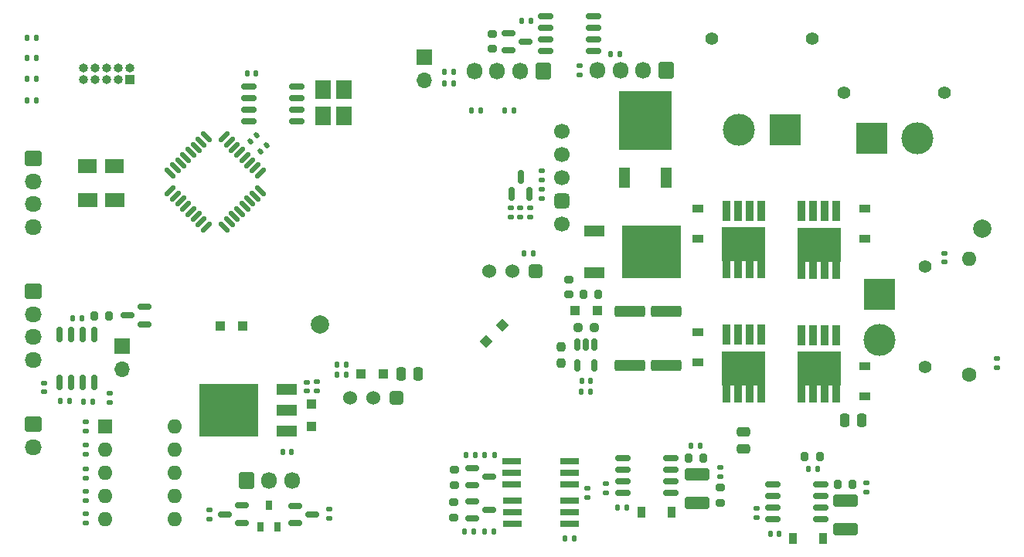
<source format=gbr>
%TF.GenerationSoftware,KiCad,Pcbnew,(6.0.11)*%
%TF.CreationDate,2024-02-10T22:55:27+09:00*%
%TF.ProjectId,LargeMD,4c617267-654d-4442-9e6b-696361645f70,rev?*%
%TF.SameCoordinates,Original*%
%TF.FileFunction,Soldermask,Bot*%
%TF.FilePolarity,Negative*%
%FSLAX46Y46*%
G04 Gerber Fmt 4.6, Leading zero omitted, Abs format (unit mm)*
G04 Created by KiCad (PCBNEW (6.0.11)) date 2024-02-10 22:55:27*
%MOMM*%
%LPD*%
G01*
G04 APERTURE LIST*
G04 Aperture macros list*
%AMRoundRect*
0 Rectangle with rounded corners*
0 $1 Rounding radius*
0 $2 $3 $4 $5 $6 $7 $8 $9 X,Y pos of 4 corners*
0 Add a 4 corners polygon primitive as box body*
4,1,4,$2,$3,$4,$5,$6,$7,$8,$9,$2,$3,0*
0 Add four circle primitives for the rounded corners*
1,1,$1+$1,$2,$3*
1,1,$1+$1,$4,$5*
1,1,$1+$1,$6,$7*
1,1,$1+$1,$8,$9*
0 Add four rect primitives between the rounded corners*
20,1,$1+$1,$2,$3,$4,$5,0*
20,1,$1+$1,$4,$5,$6,$7,0*
20,1,$1+$1,$6,$7,$8,$9,0*
20,1,$1+$1,$8,$9,$2,$3,0*%
%AMRotRect*
0 Rectangle, with rotation*
0 The origin of the aperture is its center*
0 $1 length*
0 $2 width*
0 $3 Rotation angle, in degrees counterclockwise*
0 Add horizontal line*
21,1,$1,$2,0,0,$3*%
%AMFreePoly0*
4,1,6,1.000000,0.000000,0.500000,-0.750000,-0.500000,-0.750000,-0.500000,0.750000,0.500000,0.750000,1.000000,0.000000,1.000000,0.000000,$1*%
G04 Aperture macros list end*
%ADD10C,1.700000*%
%ADD11RoundRect,0.425000X0.425000X0.425000X-0.425000X0.425000X-0.425000X-0.425000X0.425000X-0.425000X0*%
%ADD12RoundRect,0.250000X-0.675000X0.600000X-0.675000X-0.600000X0.675000X-0.600000X0.675000X0.600000X0*%
%ADD13O,1.850000X1.700000*%
%ADD14C,1.400000*%
%ADD15R,3.500000X3.500000*%
%ADD16C,3.500000*%
%ADD17RoundRect,0.250000X0.600000X0.675000X-0.600000X0.675000X-0.600000X-0.675000X0.600000X-0.675000X0*%
%ADD18O,1.700000X1.850000*%
%ADD19RoundRect,0.381000X-0.381000X0.381000X-0.381000X-0.381000X0.381000X-0.381000X0.381000X0.381000X0*%
%ADD20C,1.524000*%
%ADD21R,1.700000X1.700000*%
%ADD22O,1.700000X1.700000*%
%ADD23RoundRect,0.250000X-0.600000X-0.675000X0.600000X-0.675000X0.600000X0.675000X-0.600000X0.675000X0*%
%ADD24R,1.600000X1.600000*%
%ADD25O,1.600000X1.600000*%
%ADD26RoundRect,0.250000X1.100000X-0.412500X1.100000X0.412500X-1.100000X0.412500X-1.100000X-0.412500X0*%
%ADD27RoundRect,0.135000X0.185000X-0.135000X0.185000X0.135000X-0.185000X0.135000X-0.185000X-0.135000X0*%
%ADD28RoundRect,0.135000X-0.135000X-0.185000X0.135000X-0.185000X0.135000X0.185000X-0.135000X0.185000X0*%
%ADD29RoundRect,0.250000X1.425000X-0.362500X1.425000X0.362500X-1.425000X0.362500X-1.425000X-0.362500X0*%
%ADD30RoundRect,0.140000X-0.170000X0.140000X-0.170000X-0.140000X0.170000X-0.140000X0.170000X0.140000X0*%
%ADD31R,0.900000X1.200000*%
%ADD32RoundRect,0.140000X-0.140000X-0.170000X0.140000X-0.170000X0.140000X0.170000X-0.140000X0.170000X0*%
%ADD33R,2.200000X1.200000*%
%ADD34R,6.400000X5.800000*%
%ADD35RoundRect,0.135000X-0.185000X0.135000X-0.185000X-0.135000X0.185000X-0.135000X0.185000X0.135000X0*%
%ADD36R,1.800000X2.100000*%
%ADD37C,2.000000*%
%ADD38R,1.500000X1.500000*%
%ADD39FreePoly0,0.000000*%
%ADD40FreePoly0,180.000000*%
%ADD41RoundRect,0.150000X-0.150000X0.512500X-0.150000X-0.512500X0.150000X-0.512500X0.150000X0.512500X0*%
%ADD42RoundRect,0.250000X-0.250000X-0.475000X0.250000X-0.475000X0.250000X0.475000X-0.250000X0.475000X0*%
%ADD43RoundRect,0.150000X0.587500X0.150000X-0.587500X0.150000X-0.587500X-0.150000X0.587500X-0.150000X0*%
%ADD44RoundRect,0.150000X-0.587500X-0.150000X0.587500X-0.150000X0.587500X0.150000X-0.587500X0.150000X0*%
%ADD45RoundRect,0.140000X0.021213X-0.219203X0.219203X-0.021213X-0.021213X0.219203X-0.219203X0.021213X0*%
%ADD46RoundRect,0.200000X0.200000X0.275000X-0.200000X0.275000X-0.200000X-0.275000X0.200000X-0.275000X0*%
%ADD47RoundRect,0.135000X0.135000X0.185000X-0.135000X0.185000X-0.135000X-0.185000X0.135000X-0.185000X0*%
%ADD48RoundRect,0.150000X0.150000X-0.587500X0.150000X0.587500X-0.150000X0.587500X-0.150000X-0.587500X0*%
%ADD49RoundRect,0.200000X0.275000X-0.200000X0.275000X0.200000X-0.275000X0.200000X-0.275000X-0.200000X0*%
%ADD50R,0.850000X2.225000*%
%ADD51R,4.700000X3.750000*%
%ADD52R,0.850000X1.825000*%
%ADD53R,2.000000X0.640000*%
%ADD54RoundRect,0.250000X-0.475000X0.250000X-0.475000X-0.250000X0.475000X-0.250000X0.475000X0.250000X0*%
%ADD55R,1.000000X1.000000*%
%ADD56RoundRect,0.125000X0.353553X0.530330X-0.530330X-0.353553X-0.353553X-0.530330X0.530330X0.353553X0*%
%ADD57RoundRect,0.125000X-0.353553X0.530330X-0.530330X0.353553X0.353553X-0.530330X0.530330X-0.353553X0*%
%ADD58RoundRect,0.200000X-0.275000X0.200000X-0.275000X-0.200000X0.275000X-0.200000X0.275000X0.200000X0*%
%ADD59RotRect,1.000000X1.000000X45.000000*%
%ADD60RoundRect,0.140000X0.170000X-0.140000X0.170000X0.140000X-0.170000X0.140000X-0.170000X-0.140000X0*%
%ADD61R,1.200000X0.900000*%
%ADD62RoundRect,0.140000X0.140000X0.170000X-0.140000X0.170000X-0.140000X-0.170000X0.140000X-0.170000X0*%
%ADD63R,1.200000X2.200000*%
%ADD64R,5.800000X6.400000*%
%ADD65R,0.700000X1.000000*%
%ADD66RoundRect,0.200000X-0.200000X-0.275000X0.200000X-0.275000X0.200000X0.275000X-0.200000X0.275000X0*%
%ADD67RoundRect,0.150000X-0.675000X-0.150000X0.675000X-0.150000X0.675000X0.150000X-0.675000X0.150000X0*%
%ADD68RoundRect,0.237500X-0.250000X-0.237500X0.250000X-0.237500X0.250000X0.237500X-0.250000X0.237500X0*%
%ADD69O,1.000000X1.000000*%
%ADD70RoundRect,0.150000X-0.150000X0.675000X-0.150000X-0.675000X0.150000X-0.675000X0.150000X0.675000X0*%
%ADD71C,1.600000*%
%ADD72RoundRect,0.237500X-0.237500X0.250000X-0.237500X-0.250000X0.237500X-0.250000X0.237500X0.250000X0*%
%ADD73RoundRect,0.150000X0.675000X0.150000X-0.675000X0.150000X-0.675000X-0.150000X0.675000X-0.150000X0*%
G04 APERTURE END LIST*
D10*
%TO.C,SW3*%
X103040000Y-49100000D03*
X103040000Y-59260000D03*
D11*
X103040000Y-56720000D03*
D10*
X103040000Y-54180000D03*
X103040000Y-51640000D03*
%TD*%
D12*
%TO.C,J10*%
X45200000Y-52100000D03*
D13*
X45200000Y-54600000D03*
X45200000Y-57100000D03*
X45200000Y-59600000D03*
%TD*%
D14*
%TO.C,J1*%
X130500000Y-38925000D03*
X119500000Y-38925000D03*
D15*
X127500000Y-48925000D03*
D16*
X122500000Y-48925000D03*
%TD*%
D17*
%TO.C,J8*%
X101000000Y-42500000D03*
D18*
X98500000Y-42500000D03*
X96000000Y-42500000D03*
X93500000Y-42500000D03*
%TD*%
D12*
%TO.C,J4*%
X45200000Y-81250000D03*
D13*
X45200000Y-83750000D03*
%TD*%
D12*
%TO.C,J9*%
X45200000Y-66650000D03*
D13*
X45200000Y-69150000D03*
X45200000Y-71650000D03*
X45200000Y-74150000D03*
%TD*%
D19*
%TO.C,SW2*%
X100171000Y-64420000D03*
D20*
X97631000Y-64420000D03*
X95091000Y-64420000D03*
%TD*%
D14*
%TO.C,J2*%
X134000000Y-44900000D03*
X145000000Y-44900000D03*
D15*
X137000000Y-49900000D03*
D16*
X142000000Y-49900000D03*
%TD*%
D21*
%TO.C,JP4*%
X54900000Y-72625000D03*
D22*
X54900000Y-75165000D03*
%TD*%
D23*
%TO.C,J5*%
X68500000Y-87350000D03*
D18*
X71000000Y-87350000D03*
X73500000Y-87350000D03*
%TD*%
D17*
%TO.C,J7*%
X114500000Y-42470000D03*
D18*
X112000000Y-42470000D03*
X109500000Y-42470000D03*
X107000000Y-42470000D03*
%TD*%
D14*
%TO.C,J6*%
X142850000Y-63950000D03*
X142850000Y-74950000D03*
D15*
X137850000Y-66950000D03*
D16*
X137850000Y-71950000D03*
%TD*%
D19*
%TO.C,U1*%
X84940000Y-78300000D03*
D20*
X82400000Y-78300000D03*
X79860000Y-78300000D03*
%TD*%
D24*
%TO.C,SW1*%
X53050000Y-81475000D03*
D25*
X53050000Y-84015000D03*
X53050000Y-86555000D03*
X53050000Y-89095000D03*
X53050000Y-91635000D03*
X60670000Y-91635000D03*
X60670000Y-89095000D03*
X60670000Y-86555000D03*
X60670000Y-84015000D03*
X60670000Y-81475000D03*
%TD*%
D21*
%TO.C,JP3*%
X87970000Y-41010000D03*
D22*
X87970000Y-43550000D03*
%TD*%
D26*
%TO.C,C30*%
X117850000Y-89832500D03*
X117850000Y-86707500D03*
%TD*%
D27*
%TO.C,R55*%
X107900000Y-88710000D03*
X107900000Y-87690000D03*
%TD*%
D28*
%TO.C,R48*%
X94642781Y-84600000D03*
X95662781Y-84600000D03*
%TD*%
D29*
%TO.C,R68*%
X110500000Y-74812500D03*
X110500000Y-68887500D03*
%TD*%
D30*
%TO.C,C1*%
X98534264Y-57520000D03*
X98534264Y-58480000D03*
%TD*%
D31*
%TO.C,D17*%
X115100000Y-90900000D03*
X111800000Y-90900000D03*
%TD*%
D27*
%TO.C,R5*%
X50900000Y-89560000D03*
X50900000Y-88540000D03*
%TD*%
D32*
%TO.C,C5*%
X72470000Y-84250000D03*
X73430000Y-84250000D03*
%TD*%
D33*
%TO.C,Q3*%
X106625000Y-64580000D03*
D34*
X112925000Y-62300000D03*
D33*
X106625000Y-60020000D03*
%TD*%
D35*
%TO.C,R19*%
X64500000Y-90570000D03*
X64500000Y-91590000D03*
%TD*%
D28*
%TO.C,R20*%
X78440000Y-74700000D03*
X79460000Y-74700000D03*
%TD*%
D36*
%TO.C,Y1*%
X79220000Y-44540000D03*
X79220000Y-47440000D03*
X76920000Y-47440000D03*
X76920000Y-44540000D03*
%TD*%
D30*
%TO.C,C26*%
X46350000Y-76720000D03*
X46350000Y-77680000D03*
%TD*%
D35*
%TO.C,R18*%
X77560000Y-90510000D03*
X77560000Y-91530000D03*
%TD*%
D37*
%TO.C,TP5*%
X149120000Y-59790000D03*
%TD*%
D38*
%TO.C,JP2*%
X53800000Y-56640000D03*
X51400000Y-56640000D03*
D39*
X50600000Y-56640000D03*
D40*
X54600000Y-56640000D03*
%TD*%
D41*
%TO.C,U4*%
X104750000Y-72502500D03*
X105700000Y-72502500D03*
X106650000Y-72502500D03*
X106650000Y-74777500D03*
X104750000Y-74777500D03*
%TD*%
D35*
%TO.C,R67*%
X150750000Y-73990000D03*
X150750000Y-75010000D03*
%TD*%
D42*
%TO.C,C3*%
X85450000Y-75750000D03*
X87350000Y-75750000D03*
%TD*%
D27*
%TO.C,R7*%
X100884264Y-54470000D03*
X100884264Y-53450000D03*
%TD*%
D43*
%TO.C,Q6*%
X68000000Y-90130000D03*
X68000000Y-92030000D03*
X66125000Y-91080000D03*
%TD*%
D28*
%TO.C,R56*%
X90190000Y-42625000D03*
X91210000Y-42625000D03*
%TD*%
D31*
%TO.C,D16*%
X131690000Y-93720000D03*
X128390000Y-93720000D03*
%TD*%
D44*
%TO.C,Q15*%
X97232500Y-40260000D03*
X97232500Y-38360000D03*
X99107500Y-39310000D03*
%TD*%
D45*
%TO.C,C10*%
X70041476Y-51333123D03*
X70720298Y-50654301D03*
%TD*%
D46*
%TO.C,R11*%
X107075000Y-66950000D03*
X105425000Y-66950000D03*
%TD*%
D47*
%TO.C,R36*%
X97860000Y-46830000D03*
X96840000Y-46830000D03*
%TD*%
D48*
%TO.C,Q2*%
X99500000Y-56000000D03*
X97600000Y-56000000D03*
X98550000Y-54125000D03*
%TD*%
D30*
%TO.C,C25*%
X104980000Y-41940000D03*
X104980000Y-42900000D03*
%TD*%
D47*
%TO.C,R53*%
X49160000Y-78700000D03*
X48140000Y-78700000D03*
%TD*%
D49*
%TO.C,R60*%
X120450000Y-89815000D03*
X120450000Y-88165000D03*
%TD*%
D47*
%TO.C,R16*%
X45480000Y-38910000D03*
X44460000Y-38910000D03*
%TD*%
D29*
%TO.C,R37*%
X114500000Y-74812500D03*
X114500000Y-68887500D03*
%TD*%
D50*
%TO.C,Q20*%
X129345000Y-57862500D03*
X130615000Y-57862500D03*
X131885000Y-57862500D03*
X133155000Y-57862500D03*
D51*
X131250000Y-61550000D03*
D52*
X129345000Y-64337500D03*
X130615000Y-64337500D03*
X131885000Y-64337500D03*
X133155000Y-64337500D03*
%TD*%
D49*
%TO.C,R12*%
X103810000Y-67025000D03*
X103810000Y-65375000D03*
%TD*%
D30*
%TO.C,C24*%
X105877781Y-88270000D03*
X105877781Y-89230000D03*
%TD*%
D47*
%TO.C,R44*%
X93587781Y-84625000D03*
X92567781Y-84625000D03*
%TD*%
D53*
%TO.C,U7*%
X97627780Y-92170001D03*
X97627780Y-90900001D03*
X97627780Y-89630001D03*
X103927780Y-89630001D03*
X103927780Y-90900001D03*
X103927780Y-92170001D03*
%TD*%
D33*
%TO.C,U2*%
X72900000Y-77420000D03*
D34*
X66600000Y-79700000D03*
D33*
X72900000Y-79700000D03*
X72900000Y-81980000D03*
%TD*%
D53*
%TO.C,U8*%
X97602781Y-87795000D03*
X97602781Y-86525000D03*
X97602781Y-85255000D03*
X103902781Y-85255000D03*
X103902781Y-86525000D03*
X103902781Y-87795000D03*
%TD*%
D28*
%TO.C,R66*%
X117240000Y-83550000D03*
X118260000Y-83550000D03*
%TD*%
D54*
%TO.C,C21*%
X123000000Y-82050000D03*
X123000000Y-83950000D03*
%TD*%
D47*
%TO.C,R52*%
X51660000Y-78750000D03*
X50640000Y-78750000D03*
%TD*%
D28*
%TO.C,R47*%
X94567781Y-92975000D03*
X95587781Y-92975000D03*
%TD*%
D55*
%TO.C,D8*%
X75650000Y-81500000D03*
X75650000Y-79000000D03*
%TD*%
D56*
%TO.C,U3*%
X66062272Y-49727930D03*
X66627957Y-50293616D03*
X67193643Y-50859301D03*
X67759328Y-51424986D03*
X68325014Y-51990672D03*
X68890699Y-52556357D03*
X69456384Y-53122043D03*
X70022070Y-53687728D03*
D57*
X70022070Y-55632272D03*
X69456384Y-56197957D03*
X68890699Y-56763643D03*
X68325014Y-57329328D03*
X67759328Y-57895014D03*
X67193643Y-58460699D03*
X66627957Y-59026384D03*
X66062272Y-59592070D03*
D56*
X64117728Y-59592070D03*
X63552043Y-59026384D03*
X62986357Y-58460699D03*
X62420672Y-57895014D03*
X61854986Y-57329328D03*
X61289301Y-56763643D03*
X60723616Y-56197957D03*
X60157930Y-55632272D03*
D57*
X60157930Y-53687728D03*
X60723616Y-53122043D03*
X61289301Y-52556357D03*
X61854986Y-51990672D03*
X62420672Y-51424986D03*
X62986357Y-50859301D03*
X63552043Y-50293616D03*
X64117728Y-49727930D03*
%TD*%
D58*
%TO.C,R38*%
X91252781Y-89800000D03*
X91252781Y-91450000D03*
%TD*%
D47*
%TO.C,R4*%
X99950000Y-62500000D03*
X98930000Y-62500000D03*
%TD*%
D27*
%TO.C,R64*%
X136400000Y-88630000D03*
X136400000Y-87610000D03*
%TD*%
D47*
%TO.C,R51*%
X91225000Y-43875000D03*
X90205000Y-43875000D03*
%TD*%
D59*
%TO.C,D15*%
X94806117Y-72133883D03*
X96573883Y-70366117D03*
%TD*%
D38*
%TO.C,JP1*%
X53780000Y-52910000D03*
X51380000Y-52910000D03*
D39*
X50580000Y-52910000D03*
D40*
X54580000Y-52910000D03*
%TD*%
D60*
%TO.C,C6*%
X75150000Y-77610000D03*
X75150000Y-76650000D03*
%TD*%
D61*
%TO.C,D23*%
X118000000Y-60900000D03*
X118000000Y-57600000D03*
%TD*%
D47*
%TO.C,R13*%
X45490000Y-41080000D03*
X44470000Y-41080000D03*
%TD*%
D35*
%TO.C,R65*%
X120440000Y-85920000D03*
X120440000Y-86940000D03*
%TD*%
D62*
%TO.C,C27*%
X126880000Y-93250000D03*
X125920000Y-93250000D03*
%TD*%
D63*
%TO.C,Q1*%
X114480000Y-54200000D03*
D64*
X112200000Y-47900000D03*
D63*
X109920000Y-54200000D03*
%TD*%
D50*
%TO.C,Q21*%
X121095000Y-71402500D03*
X122365000Y-71402500D03*
X123635000Y-71402500D03*
X124905000Y-71402500D03*
D52*
X121095000Y-77877500D03*
X124905000Y-77877500D03*
X122365000Y-77877500D03*
X123635000Y-77877500D03*
D51*
X123000000Y-75090000D03*
%TD*%
D65*
%TO.C,Q5*%
X71910000Y-92500000D03*
X70010000Y-92500000D03*
X70960000Y-90100000D03*
%TD*%
D66*
%TO.C,R58*%
X129695000Y-84790000D03*
X131345000Y-84790000D03*
%TD*%
D46*
%TO.C,R41*%
X53475000Y-69350000D03*
X51825000Y-69350000D03*
%TD*%
D61*
%TO.C,D21*%
X136250000Y-60900000D03*
X136250000Y-57600000D03*
%TD*%
D27*
%TO.C,R3*%
X50900000Y-87110000D03*
X50900000Y-86090000D03*
%TD*%
D47*
%TO.C,R15*%
X45530000Y-45700000D03*
X44510000Y-45700000D03*
%TD*%
D67*
%TO.C,U9*%
X126175000Y-91625000D03*
X126175000Y-90355000D03*
X126175000Y-89085000D03*
X126175000Y-87815000D03*
X131425000Y-87815000D03*
X131425000Y-89085000D03*
X131425000Y-90355000D03*
X131425000Y-91625000D03*
%TD*%
D35*
%TO.C,R57*%
X53550000Y-77790000D03*
X53550000Y-78810000D03*
%TD*%
D58*
%TO.C,R39*%
X91277781Y-86225000D03*
X91277781Y-87875000D03*
%TD*%
D67*
%TO.C,U10*%
X109775000Y-88755000D03*
X109775000Y-87485000D03*
X109775000Y-86215000D03*
X109775000Y-84945000D03*
X115025000Y-84945000D03*
X115025000Y-86215000D03*
X115025000Y-87485000D03*
X115025000Y-88755000D03*
%TD*%
D42*
%TO.C,C20*%
X134050000Y-80750000D03*
X135950000Y-80750000D03*
%TD*%
D61*
%TO.C,D20*%
X136250000Y-78150000D03*
X136250000Y-74850000D03*
%TD*%
D68*
%TO.C,R42*%
X104837500Y-70600000D03*
X106662500Y-70600000D03*
%TD*%
D35*
%TO.C,R8*%
X99560000Y-57490000D03*
X99560000Y-58510000D03*
%TD*%
D55*
%TO.C,J3*%
X55780000Y-43482500D03*
D69*
X55780000Y-42212500D03*
X54510000Y-43482500D03*
X54510000Y-42212500D03*
X53240000Y-43482500D03*
X53240000Y-42212500D03*
X51970000Y-43482500D03*
X51970000Y-42212500D03*
X50700000Y-43482500D03*
X50700000Y-42212500D03*
%TD*%
D35*
%TO.C,R22*%
X76200000Y-76590000D03*
X76200000Y-77610000D03*
%TD*%
D66*
%TO.C,R61*%
X116925000Y-84900000D03*
X118575000Y-84900000D03*
%TD*%
D55*
%TO.C,D1*%
X107000000Y-68750000D03*
X104500000Y-68750000D03*
%TD*%
D26*
%TO.C,C29*%
X134160000Y-92692500D03*
X134160000Y-89567500D03*
%TD*%
D28*
%TO.C,R63*%
X130110000Y-86080000D03*
X131130000Y-86080000D03*
%TD*%
D27*
%TO.C,R54*%
X124400000Y-91430000D03*
X124400000Y-90410000D03*
%TD*%
D62*
%TO.C,C22*%
X106230000Y-76450000D03*
X105270000Y-76450000D03*
%TD*%
D47*
%TO.C,R45*%
X99680000Y-37040000D03*
X98660000Y-37040000D03*
%TD*%
D27*
%TO.C,R9*%
X97524264Y-58510000D03*
X97524264Y-57490000D03*
%TD*%
%TO.C,R2*%
X50900000Y-84510000D03*
X50900000Y-83490000D03*
%TD*%
D28*
%TO.C,R33*%
X93187500Y-46850000D03*
X94207500Y-46850000D03*
%TD*%
D62*
%TO.C,C28*%
X110150000Y-90320000D03*
X109190000Y-90320000D03*
%TD*%
D50*
%TO.C,Q19*%
X129335000Y-71442500D03*
X130605000Y-71442500D03*
X131875000Y-71442500D03*
X133145000Y-71442500D03*
D52*
X130605000Y-77917500D03*
X133145000Y-77917500D03*
X129335000Y-77917500D03*
D51*
X131240000Y-75130000D03*
D52*
X131875000Y-77917500D03*
%TD*%
D32*
%TO.C,C7*%
X68590000Y-42760000D03*
X69550000Y-42760000D03*
%TD*%
D27*
%TO.C,R6*%
X50900000Y-92060000D03*
X50900000Y-91040000D03*
%TD*%
D70*
%TO.C,U6*%
X47995000Y-71425000D03*
X49265000Y-71425000D03*
X50535000Y-71425000D03*
X51805000Y-71425000D03*
X51805000Y-76675000D03*
X50535000Y-76675000D03*
X49265000Y-76675000D03*
X47995000Y-76675000D03*
%TD*%
D71*
%TO.C,R62*%
X147700000Y-75800000D03*
D25*
X147700000Y-63100000D03*
%TD*%
D28*
%TO.C,R50*%
X108420000Y-40640000D03*
X109440000Y-40640000D03*
%TD*%
D60*
%TO.C,C31*%
X145020000Y-63440000D03*
X145020000Y-62480000D03*
%TD*%
D44*
%TO.C,Q17*%
X93215281Y-91550000D03*
X93215281Y-89650000D03*
X95090281Y-90600000D03*
%TD*%
D61*
%TO.C,D22*%
X118000000Y-74400000D03*
X118000000Y-71100000D03*
%TD*%
D49*
%TO.C,R40*%
X95430000Y-40075000D03*
X95430000Y-38425000D03*
%TD*%
D62*
%TO.C,C23*%
X104407781Y-93750000D03*
X103447781Y-93750000D03*
%TD*%
D28*
%TO.C,R43*%
X92417781Y-93000000D03*
X93437781Y-93000000D03*
%TD*%
%TO.C,R46*%
X49440000Y-69600000D03*
X50460000Y-69600000D03*
%TD*%
D66*
%TO.C,R59*%
X133265000Y-87810000D03*
X134915000Y-87810000D03*
%TD*%
D67*
%TO.C,U5*%
X101285000Y-40295000D03*
X101285000Y-39025000D03*
X101285000Y-37755000D03*
X101285000Y-36485000D03*
X106535000Y-36485000D03*
X106535000Y-37755000D03*
X106535000Y-39025000D03*
X106535000Y-40295000D03*
%TD*%
D35*
%TO.C,R10*%
X100900000Y-55490000D03*
X100900000Y-56510000D03*
%TD*%
D47*
%TO.C,R17*%
X106230000Y-77620000D03*
X105210000Y-77620000D03*
%TD*%
D55*
%TO.C,D7*%
X83550000Y-75750000D03*
X81050000Y-75750000D03*
%TD*%
D43*
%TO.C,Q16*%
X57337500Y-68350000D03*
X57337500Y-70250000D03*
X55462500Y-69300000D03*
%TD*%
D62*
%TO.C,C4*%
X79430000Y-75800000D03*
X78470000Y-75800000D03*
%TD*%
D44*
%TO.C,Q18*%
X93265281Y-87900000D03*
X93265281Y-86000000D03*
X95140281Y-86950000D03*
%TD*%
D27*
%TO.C,R1*%
X50900000Y-82010000D03*
X50900000Y-80990000D03*
%TD*%
D55*
%TO.C,D9*%
X65620000Y-70490000D03*
X68120000Y-70490000D03*
%TD*%
D72*
%TO.C,R49*%
X103000000Y-72727500D03*
X103000000Y-74552500D03*
%TD*%
D47*
%TO.C,R14*%
X45500000Y-43340000D03*
X44480000Y-43340000D03*
%TD*%
D73*
%TO.C,U11*%
X74065000Y-44195000D03*
X74065000Y-45465000D03*
X74065000Y-46735000D03*
X74065000Y-48005000D03*
X68815000Y-48005000D03*
X68815000Y-46735000D03*
X68815000Y-45465000D03*
X68815000Y-44195000D03*
%TD*%
D50*
%TO.C,Q22*%
X121085000Y-57832500D03*
X122355000Y-57832500D03*
X123625000Y-57832500D03*
X124895000Y-57832500D03*
D52*
X122355000Y-64307500D03*
X123625000Y-64307500D03*
X124895000Y-64307500D03*
D51*
X122990000Y-61520000D03*
D52*
X121085000Y-64307500D03*
%TD*%
D44*
%TO.C,Q4*%
X73882500Y-92070000D03*
X73882500Y-90170000D03*
X75757500Y-91120000D03*
%TD*%
D37*
%TO.C,TP4*%
X76570000Y-70330000D03*
%TD*%
D45*
%TO.C,C11*%
X68917178Y-50208822D03*
X69596000Y-49530000D03*
%TD*%
M02*

</source>
